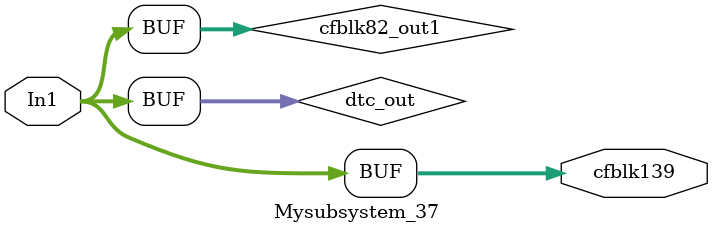
<source format=v>



`timescale 1 ns / 1 ns

module Mysubsystem_37
          (In1,
           cfblk139);


  input   [7:0] In1;  // uint8
  output  [7:0] cfblk139;  // uint8


  wire [7:0] dtc_out;  // ufix8
  wire [7:0] cfblk82_out1;  // uint8


  assign dtc_out = In1;



  assign cfblk82_out1 = dtc_out;



  assign cfblk139 = cfblk82_out1;

endmodule  // Mysubsystem_37


</source>
